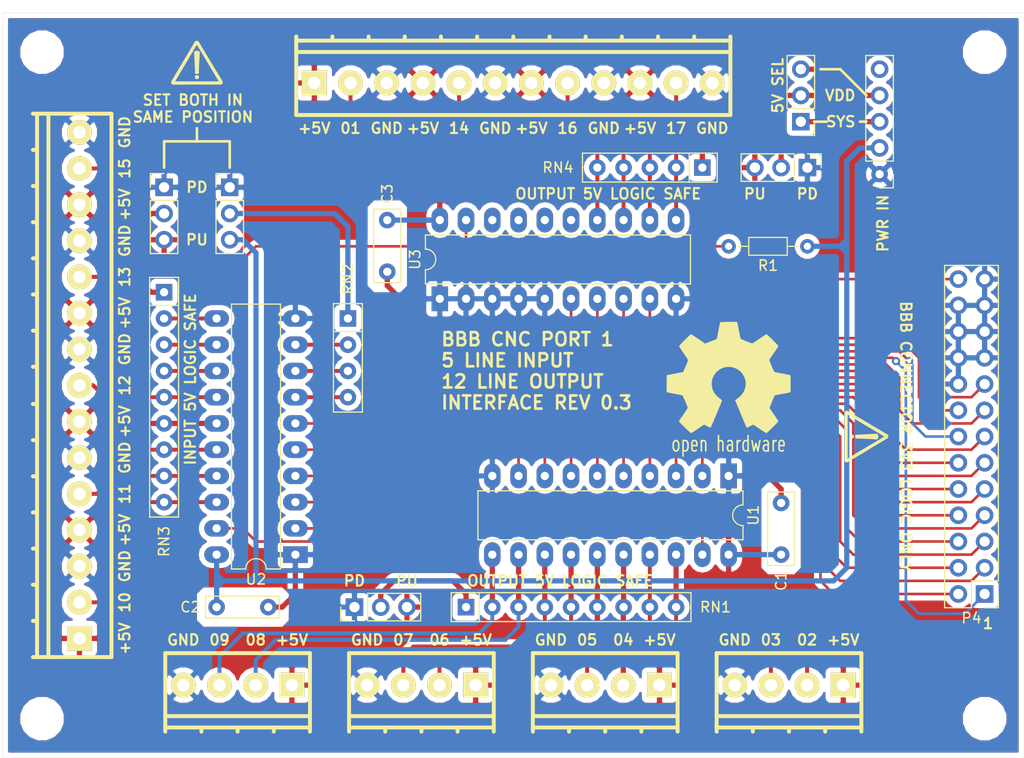
<source format=kicad_pcb>
(kicad_pcb (version 4) (host pcbnew 4.0.6-e0-6349~53~ubuntu16.04.1)
  (layers (0 F.Cu signal) (31 B.Cu signal) (35 F.Paste user) (37 F.SilkS user) (39 F.Mask user) (44 Edge.Cuts user))
  (net 0 "")
  (net 1 GND)
  (net 2 +3V3)
  (net 3 +5V)
  (net 4 /IN-09)
  (net 5 /IN-08)
  (net 6 /IN-07)
  (net 7 /IN-06)
  (net 8 /IN-05)
  (net 9 /IN-04)
  (net 10 /IN-03)
  (net 11 /IN-02)
  (net 12 /IN-10)
  (net 13 /IN-11)
  (net 14 /IN-12)
  (net 15 /IN-13)
  (net 16 /IN-15)
  (net 17 /OUT-01)
  (net 18 /OUT-14)
  (net 19 /OUT-16)
  (net 20 /OUT-17)
  (net 21 DB_17)
  (net 22 DB_16)
  (net 23 DB_15)
  (net 24 DB_14)
  (net 25 DB_13)
  (net 26 DB_12)
  (net 27 DB_11)
  (net 28 DB_10)
  (net 29 DB_09)
  (net 30 DB_08)
  (net 31 DB_07)
  (net 32 DB_06)
  (net 33 DB_05)
  (net 34 DB_04)
  (net 35 DB_03)
  (net 36 DB_02)
  (net 37 DB_01)
  (net 38 /SYS_+5v)
  (net 39 /VDD_+5v)
  (net 40 CHIP_ENABLE)
  (net 41 "Net-(RN2-Pad2)")
  (net 42 "Net-(RN2-Pad3)")
  (net 43 "Net-(RN2-Pad4)")
  (net 44 "Net-(RN1-Pad1)")
  (net 45 "Net-(RN2-Pad1)")
  (net 46 "Net-(RN3-Pad1)")
  (net 47 "Net-(RN4-Pad1)")
  (net 48 "Net-(RN3-Pad2)")
  (net 49 "Net-(RN3-Pad3)")
  (net 50 "Net-(RN3-Pad4)")
  (module w_logo:Logo_silk_warning_5x4.2mm (layer F.Cu) (at 44.196 30.226)
    (fp_text reference G*** hide)
    (fp_text value LOGO hide)
  )
  (module Pin_Headers:Pin_Header_Straight_1x03_Pitch2.54mm (layer F.Cu) (at 47.371 42.291)
    (fp_text reference SEL_2 hide)
    (fp_text value 1X3 hide)
    (pad 1 thru_hole rect (at 0 0) (size 1.7 1.7) (drill 1) (layers *.Cu *.Mask) (net 1 GND))
    (pad 2 thru_hole oval (at 0 2.54) (size 1.7 1.7) (drill 1) (layers *.Cu *.Mask) (net 45 "Net-(RN2-Pad1)"))
    (pad 3 thru_hole oval (at 0 5.08) (size 1.7 1.7) (drill 1) (layers *.Cu *.Mask) (net 2 +3V3))
  )
  (module Pin_Headers:Pin_Header_Straight_1x03_Pitch2.54mm (layer F.Cu) (at 59.436 82.931 90)
    (fp_text reference SEL_1 hide)
    (fp_text value 1X3 hide)
    (pad 1 thru_hole rect (at 0 0 90) (size 1.7 1.7) (drill 1) (layers *.Cu *.Mask) (net 1 GND))
    (pad 2 thru_hole oval (at 0 2.54 90) (size 1.7 1.7) (drill 1) (layers *.Cu *.Mask) (net 44 "Net-(RN1-Pad1)"))
    (pad 3 thru_hole oval (at 0 5.08 90) (size 1.7 1.7) (drill 1) (layers *.Cu *.Mask) (net 3 +5V))
  )
  (module Pin_Headers:Pin_Header_Straight_1x03_Pitch2.54mm (layer F.Cu) (at 41.021 42.291)
    (fp_text reference SEL_3 hide)
    (fp_text value 1X3 hide)
    (pad 1 thru_hole rect (at 0 0) (size 1.7 1.7) (drill 1) (layers *.Cu *.Mask) (net 1 GND))
    (pad 2 thru_hole oval (at 0 2.54) (size 1.7 1.7) (drill 1) (layers *.Cu *.Mask) (net 46 "Net-(RN3-Pad1)"))
    (pad 3 thru_hole oval (at 0 5.08) (size 1.7 1.7) (drill 1) (layers *.Cu *.Mask) (net 3 +5V))
  )
  (module Resistors_THT:R_Array_SIP9 (layer F.Cu) (at 41.021 52.451 270)
    (fp_text reference RN3 (at 24.13 0 270) (layer F.SilkS))
    (fp_text value 4k7)
    (pad 1 thru_hole rect (at 0 0 270) (size 1.6 1.6) (drill 0.8) (layers *.Cu *.Mask) (net 46 "Net-(RN3-Pad1)"))
    (pad 2 thru_hole oval (at 2.54 0 270) (size 1.6 1.6) (drill 0.8) (layers *.Cu *.Mask) (net 48 "Net-(RN3-Pad2)"))
    (pad 3 thru_hole oval (at 5.08 0 270) (size 1.6 1.6) (drill 0.8) (layers *.Cu *.Mask) (net 49 "Net-(RN3-Pad3)"))
    (pad 4 thru_hole oval (at 7.62 0 270) (size 1.6 1.6) (drill 0.8) (layers *.Cu *.Mask) (net 50 "Net-(RN3-Pad4)"))
    (pad 5 thru_hole oval (at 10.16 0 270) (size 1.6 1.6) (drill 0.8) (layers *.Cu *.Mask) (net 16 /IN-15))
    (pad 6 thru_hole oval (at 12.7 0 270) (size 1.6 1.6) (drill 0.8) (layers *.Cu *.Mask) (net 15 /IN-13))
    (pad 7 thru_hole oval (at 15.24 0 270) (size 1.6 1.6) (drill 0.8) (layers *.Cu *.Mask) (net 14 /IN-12))
    (pad 8 thru_hole oval (at 17.78 0 270) (size 1.6 1.6) (drill 0.8) (layers *.Cu *.Mask) (net 13 /IN-11))
    (pad 9 thru_hole oval (at 20.32 0 270) (size 1.6 1.6) (drill 0.8) (layers *.Cu *.Mask) (net 12 /IN-10))
  )
  (module Pin_Headers:Pin_Header_Straight_2x13_Pitch2.54mm (layer F.Cu) (at 120.396 81.661 180)
    (fp_text reference P4 (at 1.27 -2.33 180) (layer F.SilkS))
    (fp_text value 13X2)
    (pad 26 thru_hole oval (at 2.54 30.48 180) (size 1.7 1.7) (drill 1) (layers *.Cu *.Mask) (net 40 CHIP_ENABLE))
    (pad 25 thru_hole oval (at 0 30.48 180) (size 1.7 1.7) (drill 1) (layers *.Cu *.Mask) (net 1 GND))
    (pad 24 thru_hole oval (at 2.54 27.94 180) (size 1.7 1.7) (drill 1) (layers *.Cu *.Mask) (net 1 GND))
    (pad 23 thru_hole oval (at 0 27.94 180) (size 1.7 1.7) (drill 1) (layers *.Cu *.Mask) (net 1 GND))
    (pad 22 thru_hole oval (at 2.54 25.4 180) (size 1.7 1.7) (drill 1) (layers *.Cu *.Mask) (net 1 GND))
    (pad 21 thru_hole oval (at 0 25.4 180) (size 1.7 1.7) (drill 1) (layers *.Cu *.Mask) (net 1 GND))
    (pad 20 thru_hole oval (at 2.54 22.86 180) (size 1.7 1.7) (drill 1) (layers *.Cu *.Mask) (net 1 GND))
    (pad 19 thru_hole oval (at 0 22.86 180) (size 1.7 1.7) (drill 1) (layers *.Cu *.Mask) (net 1 GND))
    (pad 18 thru_hole oval (at 2.54 20.32 180) (size 1.7 1.7) (drill 1) (layers *.Cu *.Mask) (net 1 GND))
    (pad 17 thru_hole oval (at 0 20.32 180) (size 1.7 1.7) (drill 1) (layers *.Cu *.Mask) (net 21 DB_17))
    (pad 16 thru_hole oval (at 2.54 17.78 180) (size 1.7 1.7) (drill 1) (layers *.Cu *.Mask) (net 22 DB_16))
    (pad 15 thru_hole oval (at 0 17.78 180) (size 1.7 1.7) (drill 1) (layers *.Cu *.Mask) (net 23 DB_15))
    (pad 14 thru_hole oval (at 2.54 15.24 180) (size 1.7 1.7) (drill 1) (layers *.Cu *.Mask) (net 24 DB_14))
    (pad 13 thru_hole oval (at 0 15.24 180) (size 1.7 1.7) (drill 1) (layers *.Cu *.Mask) (net 25 DB_13))
    (pad 12 thru_hole oval (at 2.54 12.7 180) (size 1.7 1.7) (drill 1) (layers *.Cu *.Mask) (net 26 DB_12))
    (pad 11 thru_hole oval (at 0 12.7 180) (size 1.7 1.7) (drill 1) (layers *.Cu *.Mask) (net 27 DB_11))
    (pad 10 thru_hole oval (at 2.54 10.16 180) (size 1.7 1.7) (drill 1) (layers *.Cu *.Mask) (net 28 DB_10))
    (pad 9 thru_hole oval (at 0 10.16 180) (size 1.7 1.7) (drill 1) (layers *.Cu *.Mask) (net 29 DB_09))
    (pad 8 thru_hole oval (at 2.54 7.62 180) (size 1.7 1.7) (drill 1) (layers *.Cu *.Mask) (net 30 DB_08))
    (pad 7 thru_hole oval (at 0 7.62 180) (size 1.7 1.7) (drill 1) (layers *.Cu *.Mask) (net 31 DB_07))
    (pad 6 thru_hole oval (at 2.54 5.08 180) (size 1.7 1.7) (drill 1) (layers *.Cu *.Mask) (net 32 DB_06))
    (pad 5 thru_hole oval (at 0 5.08 180) (size 1.7 1.7) (drill 1) (layers *.Cu *.Mask) (net 33 DB_05))
    (pad 4 thru_hole oval (at 2.54 2.54 180) (size 1.7 1.7) (drill 1) (layers *.Cu *.Mask) (net 34 DB_04))
    (pad 3 thru_hole oval (at 0 2.54 180) (size 1.7 1.7) (drill 1) (layers *.Cu *.Mask) (net 35 DB_03))
    (pad 2 thru_hole oval (at 2.54 0 180) (size 1.7 1.7) (drill 1) (layers *.Cu *.Mask) (net 36 DB_02))
    (pad 1 thru_hole rect (at 0 0 180) (size 1.7 1.7) (drill 1) (layers *.Cu *.Mask) (net 37 DB_01))
  )
  (module Mounting_Holes:MountingHole_3.2mm_M3 (layer F.Cu) (at 29.21 29.21 180)
    (fp_text reference REF** hide)
    (fp_text value M3)
    (pad 1 np_thru_hole circle (at 0 0 180) (size 3.2 3.2) (drill 3.2) (layers *.Cu *.Mask))
  )
  (module Mounting_Holes:MountingHole_3.2mm_M3 (layer F.Cu) (at 29.21 93.726 180)
    (fp_text reference REF** hide)
    (fp_text value M3)
    (pad 1 np_thru_hole circle (at 0 0 180) (size 3.2 3.2) (drill 3.2) (layers *.Cu *.Mask))
  )
  (module Mounting_Holes:MountingHole_3.2mm_M3 (layer F.Cu) (at 120.396 93.726 180)
    (fp_text reference REF** hide)
    (fp_text value M3)
    (pad "" np_thru_hole circle (at 0 0 180) (size 3.2 3.2) (drill 3.2) (layers *.Cu *.Mask))
  )
  (module Capacitors_THT:C_Rect_L7.0mm_W2.5mm_P5.00mm (layer F.Cu) (at 100.711 77.851 90)
    (fp_text reference C1 (at -2.54 0 270) (layer F.SilkS))
    (fp_text value 100n)
    (pad 2 thru_hole circle (at 5 0 90) (size 1.6 1.6) (drill 0.8) (layers *.Cu *.Mask) (net 1 GND))
    (pad 1 thru_hole circle (at 0 0 90) (size 1.6 1.6) (drill 0.8) (layers *.Cu *.Mask) (net 3 +5V))
  )
  (module Capacitors_THT:C_Rect_L7.0mm_W2.0mm_P5.00mm (layer F.Cu) (at 46.101 82.931)
    (fp_text reference C2 (at -2.54 0) (layer F.SilkS))
    (fp_text value 100n)
    (pad 2 thru_hole circle (at 5 0) (size 1.6 1.6) (drill 0.8) (layers *.Cu *.Mask) (net 1 GND))
    (pad 1 thru_hole circle (at 0 0) (size 1.6 1.6) (drill 0.8) (layers *.Cu *.Mask) (net 2 +3V3))
  )
  (module Capacitors_THT:C_Rect_L7.0mm_W2.5mm_P5.00mm (layer F.Cu) (at 62.611 45.466 270)
    (fp_text reference C3 (at -2.54 0 270) (layer F.SilkS))
    (fp_text value 100n)
    (pad 1 thru_hole circle (at 0 0 270) (size 1.6 1.6) (drill 0.8) (layers *.Cu *.Mask) (net 3 +5V))
    (pad 2 thru_hole circle (at 5 0 270) (size 1.6 1.6) (drill 0.8) (layers *.Cu *.Mask) (net 1 GND))
  )
  (module Pin_Headers:Pin_Header_Straight_1x05_Pitch2.54mm (layer F.Cu) (at 110.236 41.021 180)
    (fp_text reference PWRIN_1 hide)
    (fp_text value 1X5 hide)
    (pad 5 thru_hole oval (at 0 10.16 180) (size 1.7 1.7) (drill 1) (layers *.Cu *.Mask))
    (pad 4 thru_hole oval (at 0 7.62 180) (size 1.7 1.7) (drill 1) (layers *.Cu *.Mask) (net 39 /VDD_+5v))
    (pad 3 thru_hole oval (at 0 5.08 180) (size 1.7 1.7) (drill 1) (layers *.Cu *.Mask) (net 38 /SYS_+5v))
    (pad 2 thru_hole oval (at 0 2.54 180) (size 1.7 1.7) (drill 1) (layers *.Cu *.Mask) (net 2 +3V3))
    (pad 1 thru_hole circle (at 0 0 180) (size 1.6 1.6) (drill 0.8) (layers *.Cu *.Mask) (net 1 GND))
  )
  (module Pin_Headers:Pin_Header_Straight_1x03_Pitch2.54mm (layer F.Cu) (at 102.616 35.941 180)
    (fp_text reference PWRSEL_1 hide)
    (fp_text value 1X3 hide)
    (pad 3 thru_hole oval (at 0 5.08 180) (size 1.7 1.7) (drill 1) (layers *.Cu *.Mask) (net 39 /VDD_+5v))
    (pad 2 thru_hole oval (at 0 2.54 180) (size 1.7 1.7) (drill 1) (layers *.Cu *.Mask) (net 3 +5V))
    (pad 1 thru_hole rect (at 0 0 180) (size 1.7 1.7) (drill 1) (layers *.Cu *.Mask) (net 38 /SYS_+5v))
  )
  (module Mounting_Holes:MountingHole_3.2mm_M3 (layer F.Cu) (at 120.396 29.21 180)
    (fp_text reference REF** hide)
    (fp_text value M3)
    (pad 1 np_thru_hole circle (at 0 0 180) (size 3.2 3.2) (drill 3.2) (layers *.Cu *.Mask))
  )
  (module Resistors_THT:R_Array_SIP4 (layer F.Cu) (at 58.801 54.991 270)
    (fp_text reference RN2 (at -3.81 0 270) (layer F.SilkS))
    (fp_text value 3k3)
    (pad 1 thru_hole rect (at 0 0 270) (size 1.6 1.6) (drill 0.8) (layers *.Cu *.Mask) (net 45 "Net-(RN2-Pad1)"))
    (pad 2 thru_hole oval (at 2.54 0 270) (size 1.6 1.6) (drill 0.8) (layers *.Cu *.Mask) (net 41 "Net-(RN2-Pad2)"))
    (pad 3 thru_hole oval (at 5.08 0 270) (size 1.6 1.6) (drill 0.8) (layers *.Cu *.Mask) (net 42 "Net-(RN2-Pad3)"))
    (pad 4 thru_hole oval (at 7.62 0 270) (size 1.6 1.6) (drill 0.8) (layers *.Cu *.Mask) (net 43 "Net-(RN2-Pad4)"))
  )
  (module w_conn_pt-1,5:pt_1,5-15-3,5-h (layer F.Cu) (at 32.131 61.468 270)
    (fp_text reference J_IN_5 hide)
    (fp_text value ST_1x15 hide)
    (pad 2 thru_hole circle (at 21 -0.7 270) (size 2.4 2.4) (drill 1.2) (layers *.Cu *.Mask F.SilkS) (net 12 /IN-10))
    (pad 1 thru_hole rect (at 24.5 -0.7 270) (size 2.4 2.4) (drill 1.2) (layers *.Cu *.Mask F.SilkS) (net 3 +5V))
    (pad 3 thru_hole circle (at 17.5 -0.7 270) (size 2.4 2.4) (drill 1.2) (layers *.Cu *.Mask F.SilkS) (net 1 GND))
    (pad 4 thru_hole circle (at 14 -0.7 270) (size 2.4 2.4) (drill 1.2) (layers *.Cu *.Mask F.SilkS) (net 3 +5V))
    (pad 5 thru_hole circle (at 10.5 -0.7 270) (size 2.4 2.4) (drill 1.2) (layers *.Cu *.Mask F.SilkS) (net 13 /IN-11))
    (pad 6 thru_hole circle (at 7 -0.7 270) (size 2.4 2.4) (drill 1.2) (layers *.Cu *.Mask F.SilkS) (net 1 GND))
    (pad 7 thru_hole circle (at 3.5 -0.7 270) (size 2.4 2.4) (drill 1.2) (layers *.Cu *.Mask F.SilkS) (net 3 +5V))
    (pad 8 thru_hole circle (at 0 -0.7 270) (size 2.4 2.4) (drill 1.2) (layers *.Cu *.Mask F.SilkS) (net 14 /IN-12))
    (pad 9 thru_hole circle (at -3.5 -0.7 270) (size 2.4 2.4) (drill 1.2) (layers *.Cu *.Mask F.SilkS) (net 1 GND))
    (pad 10 thru_hole circle (at -7 -0.7 270) (size 2.4 2.4) (drill 1.2) (layers *.Cu *.Mask F.SilkS) (net 3 +5V))
    (pad 11 thru_hole circle (at -10.5 -0.7 270) (size 2.4 2.4) (drill 1.2) (layers *.Cu *.Mask F.SilkS) (net 15 /IN-13))
    (pad 12 thru_hole circle (at -14 -0.7 270) (size 2.4 2.4) (drill 1.2) (layers *.Cu *.Mask F.SilkS) (net 1 GND))
    (pad 13 thru_hole circle (at -17.5 -0.7 270) (size 2.4 2.4) (drill 1.2) (layers *.Cu *.Mask F.SilkS) (net 3 +5V))
    (pad 14 thru_hole circle (at -21 -0.7 270) (size 2.4 2.4) (drill 1.2) (layers *.Cu *.Mask F.SilkS) (net 16 /IN-15))
    (pad 15 thru_hole circle (at -24.5 -0.7 270) (size 2.4 2.4) (drill 1.2) (layers *.Cu *.Mask F.SilkS) (net 1 GND))
  )
  (module Resistors_THT:R_Array_SIP9 (layer F.Cu) (at 70.231 82.931)
    (fp_text reference RN1 (at 24.13 0) (layer F.SilkS))
    (fp_text value 4k7)
    (pad 1 thru_hole rect (at 0 0) (size 1.6 1.6) (drill 0.8) (layers *.Cu *.Mask) (net 44 "Net-(RN1-Pad1)"))
    (pad 2 thru_hole oval (at 2.54 0) (size 1.6 1.6) (drill 0.8) (layers *.Cu *.Mask) (net 4 /IN-09))
    (pad 3 thru_hole oval (at 5.08 0) (size 1.6 1.6) (drill 0.8) (layers *.Cu *.Mask) (net 5 /IN-08))
    (pad 4 thru_hole oval (at 7.62 0) (size 1.6 1.6) (drill 0.8) (layers *.Cu *.Mask) (net 6 /IN-07))
    (pad 5 thru_hole oval (at 10.16 0) (size 1.6 1.6) (drill 0.8) (layers *.Cu *.Mask) (net 7 /IN-06))
    (pad 6 thru_hole oval (at 12.7 0) (size 1.6 1.6) (drill 0.8) (layers *.Cu *.Mask) (net 8 /IN-05))
    (pad 7 thru_hole oval (at 15.24 0) (size 1.6 1.6) (drill 0.8) (layers *.Cu *.Mask) (net 9 /IN-04))
    (pad 8 thru_hole oval (at 17.78 0) (size 1.6 1.6) (drill 0.8) (layers *.Cu *.Mask) (net 10 /IN-03))
    (pad 9 thru_hole oval (at 20.32 0) (size 1.6 1.6) (drill 0.8) (layers *.Cu *.Mask) (net 11 /IN-02))
  )
  (module Resistors_THT:R_Array_SIP5 (layer F.Cu) (at 93.091 40.386 180)
    (fp_text reference RN4 (at 13.97 0 180) (layer F.SilkS))
    (fp_text value 4k7)
    (pad 1 thru_hole rect (at 0 0 180) (size 1.6 1.6) (drill 0.8) (layers *.Cu *.Mask) (net 47 "Net-(RN4-Pad1)"))
    (pad 2 thru_hole oval (at 2.54 0 180) (size 1.6 1.6) (drill 0.8) (layers *.Cu *.Mask) (net 20 /OUT-17))
    (pad 3 thru_hole oval (at 5.08 0 180) (size 1.6 1.6) (drill 0.8) (layers *.Cu *.Mask) (net 19 /OUT-16))
    (pad 4 thru_hole oval (at 7.62 0 180) (size 1.6 1.6) (drill 0.8) (layers *.Cu *.Mask) (net 18 /OUT-14))
    (pad 5 thru_hole oval (at 10.16 0 180) (size 1.6 1.6) (drill 0.8) (layers *.Cu *.Mask) (net 17 /OUT-01))
  )
  (module Pin_Headers:Pin_Header_Straight_1x03_Pitch2.54mm (layer F.Cu) (at 103.251 40.386 270)
    (fp_text reference SEL_4 hide)
    (fp_text value 1X3 hide)
    (pad 1 thru_hole rect (at 0 0 270) (size 1.7 1.7) (drill 1) (layers *.Cu *.Mask) (net 1 GND))
    (pad 2 thru_hole oval (at 0 2.54 270) (size 1.7 1.7) (drill 1) (layers *.Cu *.Mask) (net 47 "Net-(RN4-Pad1)"))
    (pad 3 thru_hole oval (at 0 5.08 270) (size 1.7 1.7) (drill 1) (layers *.Cu *.Mask) (net 3 +5V))
  )
  (module w_conn_pt-1,5:pt_1,5-4-3,5-h (layer F.Cu) (at 101.473 91.186)
    (fp_text reference J_IN_1 hide)
    (fp_text value ST_1x04 hide)
    (pad 2 thru_hole circle (at 1.75 -0.7) (size 2.4 2.4) (drill 1.2) (layers *.Cu *.Mask F.SilkS) (net 11 /IN-02))
    (pad 1 thru_hole rect (at 5.25 -0.7) (size 2.4 2.4) (drill 1.2) (layers *.Cu *.Mask F.SilkS) (net 3 +5V))
    (pad 3 thru_hole circle (at -1.75 -0.7) (size 2.4 2.4) (drill 1.2) (layers *.Cu *.Mask F.SilkS) (net 10 /IN-03))
    (pad 4 thru_hole circle (at -5.25 -0.7) (size 2.4 2.4) (drill 1.2) (layers *.Cu *.Mask F.SilkS) (net 1 GND))
  )
  (module w_conn_pt-1,5:pt_1,5-4-3,5-h (layer F.Cu) (at 83.693 91.186)
    (fp_text reference J_IN_2 hide)
    (fp_text value ST_1x04 hide)
    (pad 2 thru_hole circle (at 1.75 -0.7) (size 2.4 2.4) (drill 1.2) (layers *.Cu *.Mask F.SilkS) (net 9 /IN-04))
    (pad 1 thru_hole rect (at 5.25 -0.7) (size 2.4 2.4) (drill 1.2) (layers *.Cu *.Mask F.SilkS) (net 3 +5V))
    (pad 3 thru_hole circle (at -1.75 -0.7) (size 2.4 2.4) (drill 1.2) (layers *.Cu *.Mask F.SilkS) (net 8 /IN-05))
    (pad 4 thru_hole circle (at -5.25 -0.7) (size 2.4 2.4) (drill 1.2) (layers *.Cu *.Mask F.SilkS) (net 1 GND))
  )
  (module w_conn_pt-1,5:pt_1,5-4-3,5-h (layer F.Cu) (at 65.913 91.186)
    (fp_text reference J_IN_3 hide)
    (fp_text value ST_1x04 hide)
    (pad 2 thru_hole circle (at 1.75 -0.7) (size 2.4 2.4) (drill 1.2) (layers *.Cu *.Mask F.SilkS) (net 7 /IN-06))
    (pad 1 thru_hole rect (at 5.25 -0.7) (size 2.4 2.4) (drill 1.2) (layers *.Cu *.Mask F.SilkS) (net 3 +5V))
    (pad 3 thru_hole circle (at -1.75 -0.7) (size 2.4 2.4) (drill 1.2) (layers *.Cu *.Mask F.SilkS) (net 6 /IN-07))
    (pad 4 thru_hole circle (at -5.25 -0.7) (size 2.4 2.4) (drill 1.2) (layers *.Cu *.Mask F.SilkS) (net 1 GND))
  )
  (module w_conn_pt-1,5:pt_1,5-4-3,5-h (layer F.Cu) (at 48.133 91.186)
    (fp_text reference J_IN_4 hide)
    (fp_text value ST_1x04 hide)
    (pad 2 thru_hole circle (at 1.75 -0.7) (size 2.4 2.4) (drill 1.2) (layers *.Cu *.Mask F.SilkS) (net 5 /IN-08))
    (pad 1 thru_hole rect (at 5.25 -0.7) (size 2.4 2.4) (drill 1.2) (layers *.Cu *.Mask F.SilkS) (net 3 +5V))
    (pad 3 thru_hole circle (at -1.75 -0.7) (size 2.4 2.4) (drill 1.2) (layers *.Cu *.Mask F.SilkS) (net 4 /IN-09))
    (pad 4 thru_hole circle (at -5.25 -0.7) (size 2.4 2.4) (drill 1.2) (layers *.Cu *.Mask F.SilkS) (net 1 GND))
  )
  (module w_conn_pt-1,5:pt_1,5-12-3,5-h (layer F.Cu) (at 74.803 31.496 180)
    (fp_text reference J_OUT_2 hide)
    (fp_text value ST_1x12 hide)
    (pad 3 thru_hole circle (at 12.25 -0.7 180) (size 2.4 2.4) (drill 1.2) (layers *.Cu *.Mask F.SilkS) (net 1 GND))
    (pad 2 thru_hole circle (at 15.75 -0.7 180) (size 2.4 2.4) (drill 1.2) (layers *.Cu *.Mask F.SilkS) (net 17 /OUT-01))
    (pad 4 thru_hole circle (at 8.75 -0.7 180) (size 2.4 2.4) (drill 1.2) (layers *.Cu *.Mask F.SilkS) (net 3 +5V))
    (pad 5 thru_hole circle (at 5.25 -0.7 180) (size 2.4 2.4) (drill 1.2) (layers *.Cu *.Mask F.SilkS) (net 18 /OUT-14))
    (pad 6 thru_hole circle (at 1.75 -0.7 180) (size 2.4 2.4) (drill 1.2) (layers *.Cu *.Mask F.SilkS) (net 1 GND))
    (pad 7 thru_hole circle (at -1.75 -0.7 180) (size 2.4 2.4) (drill 1.2) (layers *.Cu *.Mask F.SilkS) (net 3 +5V))
    (pad 1 thru_hole rect (at 19.25 -0.7 180) (size 2.4 2.4) (drill 1.2) (layers *.Cu *.Mask F.SilkS) (net 3 +5V))
    (pad 8 thru_hole circle (at -5.25 -0.7 180) (size 2.4 2.4) (drill 1.2) (layers *.Cu *.Mask F.SilkS) (net 19 /OUT-16))
    (pad 9 thru_hole circle (at -8.75 -0.7 180) (size 2.4 2.4) (drill 1.2) (layers *.Cu *.Mask F.SilkS) (net 1 GND))
    (pad 10 thru_hole circle (at -12.25 -0.7 180) (size 2.4 2.4) (drill 1.2) (layers *.Cu *.Mask F.SilkS) (net 3 +5V))
    (pad 11 thru_hole circle (at -15.75 -0.7 180) (size 2.4 2.4) (drill 1.2) (layers *.Cu *.Mask F.SilkS) (net 20 /OUT-17))
    (pad 12 thru_hole circle (at -19.25 -0.7 180) (size 2.4 2.4) (drill 1.2) (layers *.Cu *.Mask F.SilkS) (net 1 GND))
  )
  (module Housings_DIP:DIP-20_W7.62mm_LongPads (layer F.Cu) (at 67.691 53.086 90)
    (fp_text reference U3 (at 3.81 -2.39 90) (layer F.SilkS))
    (fp_text value 74LS541)
    (pad 1 thru_hole rect (at 0 0 90) (size 2.4 1.6) (drill 0.8) (layers *.Cu *.Mask) (net 1 GND))
    (pad 11 thru_hole oval (at 7.62 22.86 90) (size 2.4 1.6) (drill 0.8) (layers *.Cu *.Mask) (net 20 /OUT-17))
    (pad 2 thru_hole oval (at 0 2.54 90) (size 2.4 1.6) (drill 0.8) (layers *.Cu *.Mask) (net 1 GND))
    (pad 12 thru_hole oval (at 7.62 20.32 90) (size 2.4 1.6) (drill 0.8) (layers *.Cu *.Mask) (net 19 /OUT-16))
    (pad 3 thru_hole oval (at 0 5.08 90) (size 2.4 1.6) (drill 0.8) (layers *.Cu *.Mask) (net 1 GND))
    (pad 13 thru_hole oval (at 7.62 17.78 90) (size 2.4 1.6) (drill 0.8) (layers *.Cu *.Mask) (net 18 /OUT-14))
    (pad 4 thru_hole oval (at 0 7.62 90) (size 2.4 1.6) (drill 0.8) (layers *.Cu *.Mask) (net 1 GND))
    (pad 14 thru_hole oval (at 7.62 15.24 90) (size 2.4 1.6) (drill 0.8) (layers *.Cu *.Mask) (net 17 /OUT-01))
    (pad 5 thru_hole oval (at 0 10.16 90) (size 2.4 1.6) (drill 0.8) (layers *.Cu *.Mask) (net 1 GND))
    (pad 15 thru_hole oval (at 7.62 12.7 90) (size 2.4 1.6) (drill 0.8) (layers *.Cu *.Mask))
    (pad 6 thru_hole oval (at 0 12.7 90) (size 2.4 1.6) (drill 0.8) (layers *.Cu *.Mask) (net 37 DB_01))
    (pad 16 thru_hole oval (at 7.62 10.16 90) (size 2.4 1.6) (drill 0.8) (layers *.Cu *.Mask))
    (pad 7 thru_hole oval (at 0 15.24 90) (size 2.4 1.6) (drill 0.8) (layers *.Cu *.Mask) (net 24 DB_14))
    (pad 17 thru_hole oval (at 7.62 7.62 90) (size 2.4 1.6) (drill 0.8) (layers *.Cu *.Mask))
    (pad 8 thru_hole oval (at 0 17.78 90) (size 2.4 1.6) (drill 0.8) (layers *.Cu *.Mask) (net 22 DB_16))
    (pad 18 thru_hole oval (at 7.62 5.08 90) (size 2.4 1.6) (drill 0.8) (layers *.Cu *.Mask))
    (pad 9 thru_hole oval (at 0 20.32 90) (size 2.4 1.6) (drill 0.8) (layers *.Cu *.Mask) (net 21 DB_17))
    (pad 19 thru_hole oval (at 7.62 2.54 90) (size 2.4 1.6) (drill 0.8) (layers *.Cu *.Mask) (net 40 CHIP_ENABLE))
    (pad 10 thru_hole oval (at 0 22.86 90) (size 2.4 1.6) (drill 0.8) (layers *.Cu *.Mask) (net 1 GND))
    (pad 20 thru_hole oval (at 7.62 0 90) (size 2.4 1.6) (drill 0.8) (layers *.Cu *.Mask) (net 3 +5V))
  )
  (module Housings_DIP:DIP-20_W7.62mm_LongPads (layer F.Cu) (at 53.721 77.851 180)
    (fp_text reference U2 (at 3.81 -2.39 180) (layer F.SilkS))
    (fp_text value 74LVC245)
    (pad 1 thru_hole rect (at 0 0 180) (size 2.4 1.6) (drill 0.8) (layers *.Cu *.Mask) (net 1 GND))
    (pad 11 thru_hole oval (at 7.62 22.86 180) (size 2.4 1.6) (drill 0.8) (layers *.Cu *.Mask) (net 48 "Net-(RN3-Pad2)"))
    (pad 2 thru_hole oval (at 0 2.54 180) (size 2.4 1.6) (drill 0.8) (layers *.Cu *.Mask) (net 28 DB_10))
    (pad 12 thru_hole oval (at 7.62 20.32 180) (size 2.4 1.6) (drill 0.8) (layers *.Cu *.Mask) (net 49 "Net-(RN3-Pad3)"))
    (pad 3 thru_hole oval (at 0 5.08 180) (size 2.4 1.6) (drill 0.8) (layers *.Cu *.Mask) (net 27 DB_11))
    (pad 13 thru_hole oval (at 7.62 17.78 180) (size 2.4 1.6) (drill 0.8) (layers *.Cu *.Mask) (net 50 "Net-(RN3-Pad4)"))
    (pad 4 thru_hole oval (at 0 7.62 180) (size 2.4 1.6) (drill 0.8) (layers *.Cu *.Mask) (net 26 DB_12))
    (pad 14 thru_hole oval (at 7.62 15.24 180) (size 2.4 1.6) (drill 0.8) (layers *.Cu *.Mask) (net 16 /IN-15))
    (pad 5 thru_hole oval (at 0 10.16 180) (size 2.4 1.6) (drill 0.8) (layers *.Cu *.Mask) (net 25 DB_13))
    (pad 15 thru_hole oval (at 7.62 12.7 180) (size 2.4 1.6) (drill 0.8) (layers *.Cu *.Mask) (net 15 /IN-13))
    (pad 6 thru_hole oval (at 0 12.7 180) (size 2.4 1.6) (drill 0.8) (layers *.Cu *.Mask) (net 23 DB_15))
    (pad 16 thru_hole oval (at 7.62 10.16 180) (size 2.4 1.6) (drill 0.8) (layers *.Cu *.Mask) (net 14 /IN-12))
    (pad 7 thru_hole oval (at 0 15.24 180) (size 2.4 1.6) (drill 0.8) (layers *.Cu *.Mask) (net 43 "Net-(RN2-Pad4)"))
    (pad 17 thru_hole oval (at 7.62 7.62 180) (size 2.4 1.6) (drill 0.8) (layers *.Cu *.Mask) (net 13 /IN-11))
    (pad 8 thru_hole oval (at 0 17.78 180) (size 2.4 1.6) (drill 0.8) (layers *.Cu *.Mask) (net 42 "Net-(RN2-Pad3)"))
    (pad 18 thru_hole oval (at 7.62 5.08 180) (size 2.4 1.6) (drill 0.8) (layers *.Cu *.Mask) (net 12 /IN-10))
    (pad 9 thru_hole oval (at 0 20.32 180) (size 2.4 1.6) (drill 0.8) (layers *.Cu *.Mask) (net 41 "Net-(RN2-Pad2)"))
    (pad 19 thru_hole oval (at 7.62 2.54 180) (size 2.4 1.6) (drill 0.8) (layers *.Cu *.Mask) (net 40 CHIP_ENABLE))
    (pad 10 thru_hole oval (at 0 22.86 180) (size 2.4 1.6) (drill 0.8) (layers *.Cu *.Mask) (net 1 GND))
    (pad 20 thru_hole oval (at 7.62 0 180) (size 2.4 1.6) (drill 0.8) (layers *.Cu *.Mask) (net 2 +3V3))
  )
  (module Housings_DIP:DIP-20_W7.62mm_LongPads (layer F.Cu) (at 95.631 70.231 270)
    (fp_text reference U1 (at 3.81 -2.39 450) (layer F.SilkS))
    (fp_text value 74LS540)
    (pad 1 thru_hole rect (at 0 0 270) (size 2.4 1.6) (drill 0.8) (layers *.Cu *.Mask) (net 1 GND))
    (pad 11 thru_hole oval (at 7.62 22.86 270) (size 2.4 1.6) (drill 0.8) (layers *.Cu *.Mask) (net 4 /IN-09))
    (pad 2 thru_hole oval (at 0 2.54 270) (size 2.4 1.6) (drill 0.8) (layers *.Cu *.Mask) (net 36 DB_02))
    (pad 12 thru_hole oval (at 7.62 20.32 270) (size 2.4 1.6) (drill 0.8) (layers *.Cu *.Mask) (net 5 /IN-08))
    (pad 3 thru_hole oval (at 0 5.08 270) (size 2.4 1.6) (drill 0.8) (layers *.Cu *.Mask) (net 35 DB_03))
    (pad 13 thru_hole oval (at 7.62 17.78 270) (size 2.4 1.6) (drill 0.8) (layers *.Cu *.Mask) (net 6 /IN-07))
    (pad 4 thru_hole oval (at 0 7.62 270) (size 2.4 1.6) (drill 0.8) (layers *.Cu *.Mask) (net 34 DB_04))
    (pad 14 thru_hole oval (at 7.62 15.24 270) (size 2.4 1.6) (drill 0.8) (layers *.Cu *.Mask) (net 7 /IN-06))
    (pad 5 thru_hole oval (at 0 10.16 270) (size 2.4 1.6) (drill 0.8) (layers *.Cu *.Mask) (net 33 DB_05))
    (pad 15 thru_hole oval (at 7.62 12.7 270) (size 2.4 1.6) (drill 0.8) (layers *.Cu *.Mask) (net 8 /IN-05))
    (pad 6 thru_hole oval (at 0 12.7 270) (size 2.4 1.6) (drill 0.8) (layers *.Cu *.Mask) (net 32 DB_06))
    (pad 16 thru_hole oval (at 7.62 10.16 270) (size 2.4 1.6) (drill 0.8) (layers *.Cu *.Mask) (net 9 /IN-04))
    (pad 7 thru_hole oval (at 0 15.24 270) (size 2.4 1.6) (drill 0.8) (layers *.Cu *.Mask) (net 31 DB_07))
    (pad 17 thru_hole oval (at 7.62 7.62 270) (size 2.4 1.6) (drill 0.8) (layers *.Cu *.Mask) (net 10 /IN-03))
    (pad 8 thru_hole oval (at 0 17.78 270) (size 2.4 1.6) (drill 0.8) (layers *.Cu *.Mask) (net 30 DB_08))
    (pad 18 thru_hole oval (at 7.62 5.08 270) (size 2.4 1.6) (drill 0.8) (layers *.Cu *.Mask) (net 11 /IN-02))
    (pad 9 thru_hole oval (at 0 20.32 270) (size 2.4 1.6) (drill 0.8) (layers *.Cu *.Mask) (net 29 DB_09))
    (pad 19 thru_hole oval (at 7.62 2.54 270) (size 2.4 1.6) (drill 0.8) (layers *.Cu *.Mask) (net 40 CHIP_ENABLE))
    (pad 10 thru_hole oval (at 0 22.86 270) (size 2.4 1.6) (drill 0.8) (layers *.Cu *.Mask) (net 1 GND))
    (pad 20 thru_hole oval (at 7.62 0 270) (size 2.4 1.6) (drill 0.8) (layers *.Cu *.Mask) (net 3 +5V))
  )
  (module Resistors_THT:R_Axial_DIN0204_L3.6mm_D1.6mm_P7.62mm_Horizontal (layer F.Cu) (at 103.251 48.006 180)
    (fp_text reference R1 (at 3.81 -1.86 180) (layer F.SilkS))
    (fp_text value 4K7)
    (pad 1 thru_hole circle (at 0 0 180) (size 1.4 1.4) (drill 0.7) (layers *.Cu *.Mask) (net 2 +3V3))
    (pad 2 thru_hole oval (at 7.62 0 180) (size 1.4 1.4) (drill 0.7) (layers *.Cu *.Mask) (net 40 CHIP_ENABLE))
  )
  (module w_logo:Logo_silk_OSHW_12x13mm (layer F.Cu) (at 95.631 60.706)
    (fp_text reference G*** hide)
    (fp_text value LOGO hide)
  )
  (module w_logo:Logo_silk_warning_5x4.2mm (layer F.Cu) (at 108.966 66.421 270)
    (fp_text reference G*** hide)
    (fp_text value LOGO hide)
  )
  (gr_line (start 106.426 30.861) (end 104.521 30.861) (angle 90) (layer F.SilkS) (width 0.254))
  (gr_line (start 108.966 33.401) (end 106.426 30.861) (angle 90) (layer F.SilkS) (width 0.254))
  (gr_line (start 108.966 35.941) (end 108.331 35.941) (angle 90) (layer F.SilkS) (width 0.254))
  (gr_line (start 105.156 35.941) (end 103.886 35.941) (angle 90) (layer F.SilkS) (width 0.254))
  (gr_line (start 44.196 37.846) (end 44.196 36.576) (angle 90) (layer F.SilkS) (width 0.254))
  (gr_text "5V SEL" (at 100.3935 32.4485 90) (layer F.SilkS) (effects (font (size 1.016 1.016) (thickness 0.2032))))
  (gr_line (start 47.371 37.846) (end 47.371 40.386) (angle 90) (layer F.SilkS) (width 0.254))
  (gr_text "SET BOTH IN \nSAME POSITION " (at 44.196 34.671 360) (layer F.SilkS) (effects (font (size 1.016 1.016) (thickness 0.2032))))
  (gr_line (start 41.021 37.846) (end 41.021 40.386) (angle 90) (layer F.SilkS) (width 0.254))
  (gr_line (start 47.371 37.846) (end 41.021 37.846) (angle 90) (layer F.SilkS) (width 0.254))
  (gr_text PU (at 98.171 42.926) (layer F.SilkS) (effects (font (size 1.016 1.016) (thickness 0.2032))))
  (gr_text PD (at 103.251 42.926) (layer F.SilkS) (effects (font (size 1.016 1.016) (thickness 0.2032))))
  (gr_text +5V (at 37.211 75.468 90) (layer F.SilkS) (effects (font (size 1.016 1.016) (thickness 0.2032))))
  (gr_text GND (at 37.211 78.968 90) (layer F.SilkS) (effects (font (size 1.016 1.016) (thickness 0.2032))))
  (gr_text 10 (at 37.211 82.468 90) (layer F.SilkS) (effects (font (size 1.016 1.016) (thickness 0.2032))))
  (gr_text +5V (at 37.211 85.968 90) (layer F.SilkS) (effects (font (size 1.016 1.016) (thickness 0.2032))))
  (gr_text 11 (at 37.211 71.968 90) (layer F.SilkS) (effects (font (size 1.016 1.016) (thickness 0.2032))))
  (gr_text GND (at 37.211 68.468 90) (layer F.SilkS) (effects (font (size 1.016 1.016) (thickness 0.2032))))
  (gr_text GND (at 37.211 57.968 90) (layer F.SilkS) (effects (font (size 1.016 1.016) (thickness 0.2032))))
  (gr_text 12 (at 37.211 61.468 90) (layer F.SilkS) (effects (font (size 1.016 1.016) (thickness 0.2032))))
  (gr_text +5V (at 37.211 64.968 90) (layer F.SilkS) (effects (font (size 1.016 1.016) (thickness 0.2032))))
  (gr_text +5V (at 37.211 54.468 90) (layer F.SilkS) (effects (font (size 1.016 1.016) (thickness 0.2032))))
  (gr_text 13 (at 37.211 50.968 90) (layer F.SilkS) (effects (font (size 1.016 1.016) (thickness 0.2032))))
  (gr_text GND (at 37.211 47.468 90) (layer F.SilkS) (effects (font (size 1.016 1.016) (thickness 0.2032))))
  (gr_text GND (at 37.211 36.968 90) (layer F.SilkS) (effects (font (size 1.016 1.016) (thickness 0.2032))))
  (gr_text 15 (at 37.211 40.468 90) (layer F.SilkS) (effects (font (size 1.016 1.016) (thickness 0.2032))))
  (gr_text +5V (at 37.211 43.968 90) (layer F.SilkS) (effects (font (size 1.016 1.016) (thickness 0.2032))))
  (gr_text GND (at 62.553 36.576 360) (layer F.SilkS) (effects (font (size 1.016 1.016) (thickness 0.2032))))
  (gr_text 01 (at 59.053 36.576 360) (layer F.SilkS) (effects (font (size 1.016 1.016) (thickness 0.2032))))
  (gr_text +5V (at 55.553 36.576 360) (layer F.SilkS) (effects (font (size 1.016 1.016) (thickness 0.2032))))
  (gr_text +5V (at 66.053 36.576 360) (layer F.SilkS) (effects (font (size 1.016 1.016) (thickness 0.2032))))
  (gr_text 14 (at 69.553 36.576 360) (layer F.SilkS) (effects (font (size 1.016 1.016) (thickness 0.2032))))
  (gr_text GND (at 73.053 36.576 360) (layer F.SilkS) (effects (font (size 1.016 1.016) (thickness 0.2032))))
  (gr_text GND (at 83.553 36.576 360) (layer F.SilkS) (effects (font (size 1.016 1.016) (thickness 0.2032))))
  (gr_text 16 (at 80.053 36.576 360) (layer F.SilkS) (effects (font (size 1.016 1.016) (thickness 0.2032))))
  (gr_text +5V (at 76.553 36.576 360) (layer F.SilkS) (effects (font (size 1.016 1.016) (thickness 0.2032))))
  (gr_text +5V (at 87.053 36.576 360) (layer F.SilkS) (effects (font (size 1.016 1.016) (thickness 0.2032))))
  (gr_text 17 (at 90.553 36.576 360) (layer F.SilkS) (effects (font (size 1.016 1.016) (thickness 0.2032))))
  (gr_text GND (at 94.053 36.576 360) (layer F.SilkS) (effects (font (size 1.016 1.016) (thickness 0.2032))))
  (gr_text 08 (at 49.883 86.106 360) (layer F.SilkS) (effects (font (size 1.016 1.016) (thickness 0.2032))))
  (gr_text 09 (at 46.383 86.106 360) (layer F.SilkS) (effects (font (size 1.016 1.016) (thickness 0.2032))))
  (gr_text +5V (at 53.383 86.106 360) (layer F.SilkS) (effects (font (size 1.016 1.016) (thickness 0.2032))))
  (gr_text GND (at 42.883 86.106 360) (layer F.SilkS) (effects (font (size 1.016 1.016) (thickness 0.2032))))
  (gr_text GND (at 60.663 86.106 360) (layer F.SilkS) (effects (font (size 1.016 1.016) (thickness 0.2032))))
  (gr_text +5V (at 71.163 86.106 360) (layer F.SilkS) (effects (font (size 1.016 1.016) (thickness 0.2032))))
  (gr_text 07 (at 64.163 86.106 360) (layer F.SilkS) (effects (font (size 1.016 1.016) (thickness 0.2032))))
  (gr_text 06 (at 67.663 86.106 360) (layer F.SilkS) (effects (font (size 1.016 1.016) (thickness 0.2032))))
  (gr_text 04 (at 85.443 86.106 360) (layer F.SilkS) (effects (font (size 1.016 1.016) (thickness 0.2032))))
  (gr_text 05 (at 81.943 86.106 360) (layer F.SilkS) (effects (font (size 1.016 1.016) (thickness 0.2032))))
  (gr_text +5V (at 88.943 86.106 360) (layer F.SilkS) (effects (font (size 1.016 1.016) (thickness 0.2032))))
  (gr_text GND (at 78.443 86.106 360) (layer F.SilkS) (effects (font (size 1.016 1.016) (thickness 0.2032))))
  (gr_text GND (at 96.223 86.106 360) (layer F.SilkS) (effects (font (size 1.016 1.016) (thickness 0.2032))))
  (gr_text +5V (at 106.723 86.106 360) (layer F.SilkS) (effects (font (size 1.016 1.016) (thickness 0.2032))))
  (gr_text PD (at 59.436 80.391 360) (layer F.SilkS) (effects (font (size 1.016 1.016) (thickness 0.2032))))
  (gr_text PU (at 64.516 80.391 360) (layer F.SilkS) (effects (font (size 1.016 1.016) (thickness 0.2032))))
  (gr_text PD (at 44.196 42.291 360) (layer F.SilkS) (effects (font (size 1.016 1.016) (thickness 0.2032))))
  (gr_text PU (at 44.196 47.371 360) (layer F.SilkS) (effects (font (size 1.016 1.016) (thickness 0.2032))))
  (gr_text "BBB CONNECTOR 3V3 LOGIC ONLY" (at 112.776 66.421 270) (layer F.SilkS) (effects (font (size 1.016 1.016) (thickness 0.2032))))
  (gr_text "BBB CNC PORT 1\n5 LINE INPUT  \n12 LINE OUTPUT\nINTERFACE REV 0.3" (at 67.691 60.071 360) (layer F.SilkS) (effects (font (size 1.27 1.27) (thickness 0.254)) (justify left)))
  (gr_text 1 (at 121.3485 84.5185) (layer F.SilkS) (effects (font (size 1.016 1.016) (thickness 0.2032)) (justify right)))
  (gr_text "OUTPUT 5V LOGIC SAFE" (at 93.091 42.926) (layer F.SilkS) (effects (font (size 1.016 1.016) (thickness 0.2032)) (justify right)))
  (gr_text "OUTPUT 5V LOGIC SAFE" (at 70.231 80.391) (layer F.SilkS) (effects (font (size 1.016 1.016) (thickness 0.2032)) (justify left)))
  (gr_text "INPUT 5V LOGIC SAFE" (at 43.561 52.451 90) (layer F.SilkS) (effects (font (size 1.016 1.016) (thickness 0.2032)) (justify right)))
  (gr_text 03 (at 99.723 86.106 360) (layer F.SilkS) (effects (font (size 1.016 1.016) (thickness 0.2032))))
  (gr_text 02 (at 103.223 86.106 360) (layer F.SilkS) (effects (font (size 1.016 1.016) (thickness 0.2032))))
  (gr_text "PWR IN" (at 110.5535 45.7835 90) (layer F.SilkS) (effects (font (size 1.016 1.016) (thickness 0.2032))))
  (gr_text VDD (at 108.0135 33.401) (layer F.SilkS) (effects (font (size 1.016 1.016) (thickness 0.2032)) (justify right)))
  (gr_text SYS (at 108.0135 35.941) (layer F.SilkS) (effects (font (size 1.016 1.016) (thickness 0.2032)) (justify right)))
  (gr_line (start 124.206 97.536) (end 124.206 25.4) (angle 90) (layer Edge.Cuts) (width 0.0254))
  (gr_line (start 124.206 97.536) (end 25.4 97.536) (angle 90) (layer Edge.Cuts) (width 0.0254))
  (gr_line (start 25.4 97.536) (end 25.4 25.4) (angle 90) (layer Edge.Cuts) (width 0.0254))
  (gr_line (start 124.206 25.4) (end 25.4 25.4) (angle 90) (layer Edge.Cuts) (width 0.0254))
  (segment (start 67.691 53.086) (end 63.881 53.086) (width 0.508) (layer F.Cu) (net 1))
  (segment (start 62.611 51.816) (end 62.611 50.466) (width 0.508) (layer F.Cu) (net 1))
  (segment (start 63.881 53.086) (end 62.611 51.816) (width 0.508) (layer F.Cu) (net 1))
  (segment (start 53.721 77.851) (end 53.721 81.661) (width 0.508) (layer F.Cu) (net 1))
  (segment (start 53.721 81.661) (end 52.451 82.931) (width 0.508) (layer F.Cu) (net 1))
  (segment (start 52.451 82.931) (end 51.101 82.931) (width 0.508) (layer F.Cu) (net 1))
  (segment (start 95.631 70.231) (end 99.441 70.231) (width 0.508) (layer F.Cu) (net 1))
  (segment (start 100.711 71.501) (end 100.711 72.851) (width 0.508) (layer F.Cu) (net 1))
  (segment (start 99.441 70.231) (end 100.711 71.501) (width 0.508) (layer F.Cu) (net 1))
  (segment (start 107.061 47.371) (end 106.426 48.006) (width 0.508) (layer B.Cu) (net 2))
  (segment (start 107.061 48.641) (end 106.426 48.006) (width 0.508) (layer B.Cu) (net 2))
  (segment (start 103.251 48.006) (end 106.426 48.006) (width 0.508) (layer B.Cu) (net 2))
  (segment (start 106.426 48.006) (end 107.061 48.006) (width 0.508) (layer B.Cu) (net 2))
  (segment (start 110.236 38.481) (end 108.331 38.481) (width 0.508) (layer B.Cu) (net 2))
  (segment (start 101.981 80.391) (end 98.806 80.391) (width 0.508) (layer B.Cu) (net 2))
  (segment (start 97.536 80.391) (end 57.531 80.391) (width 0.508) (layer B.Cu) (net 2))
  (segment (start 57.531 80.391) (end 50.546 80.391) (width 0.508) (layer B.Cu) (net 2))
  (segment (start 98.806 80.391) (end 98.171 80.391) (width 0.508) (layer B.Cu) (net 2))
  (segment (start 98.171 80.391) (end 97.536 80.391) (width 0.508) (layer B.Cu) (net 2))
  (segment (start 105.791 80.391) (end 101.981 80.391) (width 0.508) (layer B.Cu) (net 2))
  (segment (start 107.061 79.121) (end 105.791 80.391) (width 0.508) (layer B.Cu) (net 2))
  (segment (start 107.061 39.751) (end 107.061 47.371) (width 0.508) (layer B.Cu) (net 2))
  (segment (start 107.061 47.371) (end 107.061 48.006) (width 0.508) (layer B.Cu) (net 2))
  (segment (start 107.061 48.006) (end 107.061 48.641) (width 0.508) (layer B.Cu) (net 2))
  (segment (start 107.061 48.641) (end 107.061 79.121) (width 0.508) (layer B.Cu) (net 2))
  (segment (start 108.331 38.481) (end 107.061 39.751) (width 0.508) (layer B.Cu) (net 2))
  (segment (start 48.641 47.371) (end 47.371 47.371) (width 0.508) (layer B.Cu) (net 2))
  (segment (start 50.546 80.391) (end 49.911 79.756) (width 0.508) (layer B.Cu) (net 2))
  (segment (start 49.911 80.391) (end 50.546 80.391) (width 0.508) (layer B.Cu) (net 2))
  (segment (start 49.276 80.391) (end 49.911 80.391) (width 0.508) (layer B.Cu) (net 2))
  (segment (start 49.911 79.756) (end 49.276 80.391) (width 0.508) (layer B.Cu) (net 2))
  (segment (start 46.101 81.026) (end 46.101 80.391) (width 0.508) (layer B.Cu) (net 2))
  (segment (start 46.101 80.391) (end 46.101 79.756) (width 0.508) (layer B.Cu) (net 2))
  (segment (start 46.101 81.026) (end 46.736 80.391) (width 0.508) (layer B.Cu) (net 2))
  (segment (start 46.101 79.756) (end 46.101 77.851) (width 0.508) (layer B.Cu) (net 2))
  (segment (start 46.101 82.931) (end 46.101 81.026) (width 0.508) (layer B.Cu) (net 2))
  (segment (start 46.736 80.391) (end 46.101 79.756) (width 0.508) (layer B.Cu) (net 2))
  (segment (start 46.101 80.391) (end 49.276 80.391) (width 0.508) (layer B.Cu) (net 2))
  (segment (start 49.911 48.641) (end 48.641 47.371) (width 0.508) (layer B.Cu) (net 2))
  (segment (start 49.911 80.391) (end 49.911 48.641) (width 0.508) (layer B.Cu) (net 2))
  (segment (start 100.711 77.851) (end 98.806 77.851) (width 0.508) (layer B.Cu) (net 3))
  (segment (start 97.536 77.851) (end 95.631 77.851) (width 0.508) (layer B.Cu) (net 3))
  (segment (start 98.171 77.851) (end 97.536 77.851) (width 0.508) (layer B.Cu) (net 3))
  (segment (start 98.806 77.851) (end 98.171 77.851) (width 0.508) (layer B.Cu) (net 3))
  (segment (start 67.691 45.466) (end 62.611 45.466) (width 0.508) (layer B.Cu) (net 3))
  (segment (start 72.771 77.851) (end 72.771 82.931) (width 0.508) (layer F.Cu) (net 4))
  (segment (start 46.383 87.729) (end 46.383 90.486) (width 0.381) (layer B.Cu) (net 4))
  (segment (start 72.771 82.931) (end 72.771 84.201) (width 0.381) (layer B.Cu) (net 4))
  (segment (start 72.771 84.201) (end 71.501 85.471) (width 0.381) (layer B.Cu) (net 4))
  (segment (start 71.501 85.471) (end 48.641 85.471) (width 0.381) (layer B.Cu) (net 4))
  (segment (start 48.641 85.471) (end 46.383 87.729) (width 0.381) (layer B.Cu) (net 4))
  (segment (start 75.311 77.851) (end 75.311 82.931) (width 0.508) (layer F.Cu) (net 5))
  (segment (start 49.883 88.039) (end 49.883 90.486) (width 0.381) (layer B.Cu) (net 5))
  (segment (start 75.311 82.931) (end 75.311 84.836) (width 0.381) (layer B.Cu) (net 5))
  (segment (start 75.311 84.836) (end 74.041 86.106) (width 0.381) (layer B.Cu) (net 5))
  (segment (start 74.041 86.106) (end 51.816 86.106) (width 0.381) (layer B.Cu) (net 5))
  (segment (start 51.816 86.106) (end 49.883 88.039) (width 0.381) (layer B.Cu) (net 5))
  (segment (start 77.851 77.851) (end 77.851 82.931) (width 0.508) (layer F.Cu) (net 6))
  (segment (start 77.851 82.931) (end 77.851 85.471) (width 0.381) (layer F.Cu) (net 6))
  (segment (start 64.163 87.729) (end 64.163 90.486) (width 0.381) (layer F.Cu) (net 6))
  (segment (start 65.151 86.741) (end 64.163 87.729) (width 0.381) (layer F.Cu) (net 6))
  (segment (start 76.581 86.741) (end 65.151 86.741) (width 0.381) (layer F.Cu) (net 6))
  (segment (start 77.851 85.471) (end 76.581 86.741) (width 0.381) (layer F.Cu) (net 6))
  (segment (start 80.391 77.851) (end 80.391 82.931) (width 0.508) (layer F.Cu) (net 7))
  (segment (start 80.391 82.931) (end 80.391 86.106) (width 0.381) (layer F.Cu) (net 7))
  (segment (start 67.663 88.674) (end 67.663 90.486) (width 0.381) (layer F.Cu) (net 7))
  (segment (start 68.961 87.376) (end 67.663 88.674) (width 0.381) (layer F.Cu) (net 7))
  (segment (start 79.121 87.376) (end 68.961 87.376) (width 0.381) (layer F.Cu) (net 7))
  (segment (start 80.391 86.106) (end 79.121 87.376) (width 0.381) (layer F.Cu) (net 7))
  (segment (start 82.931 77.851) (end 82.931 82.931) (width 0.508) (layer F.Cu) (net 8))
  (segment (start 82.931 82.931) (end 82.931 87.376) (width 0.508) (layer F.Cu) (net 8))
  (segment (start 81.943 90.486) (end 81.943 88.364) (width 0.381) (layer F.Cu) (net 8))
  (segment (start 81.943 88.364) (end 82.931 87.376) (width 0.381) (layer F.Cu) (net 8))
  (segment (start 85.471 77.851) (end 85.471 82.931) (width 0.508) (layer F.Cu) (net 9))
  (segment (start 85.471 82.931) (end 85.443 82.959) (width 0.508) (layer F.Cu) (net 9))
  (segment (start 85.443 82.959) (end 85.443 90.486) (width 0.508) (layer F.Cu) (net 9))
  (segment (start 85.471 90.458) (end 85.443 90.486) (width 0.254) (layer F.Cu) (net 9))
  (segment (start 88.011 77.851) (end 88.011 82.931) (width 0.381) (layer F.Cu) (net 10))
  (segment (start 88.011 82.931) (end 88.011 85.471) (width 0.381) (layer F.Cu) (net 10))
  (segment (start 98.171 86.741) (end 89.281 86.741) (width 0.381) (layer F.Cu) (net 10))
  (segment (start 99.723 90.486) (end 99.723 88.293) (width 0.381) (layer F.Cu) (net 10))
  (segment (start 98.171 86.741) (end 99.723 88.293) (width 0.381) (layer F.Cu) (net 10))
  (segment (start 88.011 85.471) (end 89.281 86.741) (width 0.381) (layer F.Cu) (net 10))
  (segment (start 103.223 90.486) (end 103.223 87.348) (width 0.381) (layer F.Cu) (net 11))
  (segment (start 90.551 84.836) (end 90.551 82.931) (width 0.381) (layer F.Cu) (net 11))
  (segment (start 91.821 86.106) (end 90.551 84.836) (width 0.381) (layer F.Cu) (net 11))
  (segment (start 101.981 86.106) (end 91.821 86.106) (width 0.381) (layer F.Cu) (net 11))
  (segment (start 103.223 87.348) (end 101.981 86.106) (width 0.381) (layer F.Cu) (net 11))
  (segment (start 90.551 77.216) (end 90.551 82.931) (width 0.508) (layer F.Cu) (net 11))
  (segment (start 46.101 72.771) (end 41.021 72.771) (width 0.381) (layer F.Cu) (net 12))
  (segment (start 34.671 82.468) (end 32.831 82.468) (width 0.381) (layer F.Cu) (net 12))
  (segment (start 35.941 81.198) (end 34.671 82.468) (width 0.381) (layer F.Cu) (net 12))
  (segment (start 35.941 74.041) (end 35.941 81.198) (width 0.381) (layer F.Cu) (net 12))
  (segment (start 37.211 72.771) (end 35.941 74.041) (width 0.381) (layer F.Cu) (net 12))
  (segment (start 39.116 72.771) (end 37.211 72.771) (width 0.381) (layer F.Cu) (net 12))
  (segment (start 41.021 72.771) (end 39.116 72.771) (width 0.381) (layer F.Cu) (net 12))
  (segment (start 32.831 71.968) (end 34.503 71.968) (width 0.381) (layer F.Cu) (net 13))
  (segment (start 36.24 70.231) (end 39.116 70.231) (width 0.381) (layer F.Cu) (net 13))
  (segment (start 34.503 71.968) (end 36.24 70.231) (width 0.381) (layer F.Cu) (net 13))
  (segment (start 46.101 70.231) (end 41.021 70.231) (width 0.381) (layer F.Cu) (net 13))
  (segment (start 41.021 70.231) (end 39.116 70.231) (width 0.381) (layer F.Cu) (net 13))
  (segment (start 32.831 61.468) (end 34.163 61.468) (width 0.381) (layer F.Cu) (net 14))
  (segment (start 34.163 61.468) (end 35.941 63.246) (width 0.381) (layer F.Cu) (net 14))
  (segment (start 35.941 63.246) (end 35.941 66.421) (width 0.381) (layer F.Cu) (net 14))
  (segment (start 35.941 66.421) (end 37.211 67.691) (width 0.381) (layer F.Cu) (net 14))
  (segment (start 41.021 67.691) (end 46.101 67.691) (width 0.381) (layer F.Cu) (net 14))
  (segment (start 37.211 67.691) (end 46.101 67.691) (width 0.381) (layer F.Cu) (net 14))
  (segment (start 35.941 66.421) (end 37.211 67.691) (width 0.381) (layer F.Cu) (net 14))
  (segment (start 35.941 63.246) (end 35.941 66.421) (width 0.381) (layer F.Cu) (net 14))
  (segment (start 34.163 61.468) (end 35.941 63.246) (width 0.381) (layer F.Cu) (net 14))
  (segment (start 37.211 67.691) (end 41.021 67.691) (width 0.381) (layer F.Cu) (net 14))
  (segment (start 46.101 65.151) (end 41.021 65.151) (width 0.508) (layer F.Cu) (net 15))
  (segment (start 36.576 53.086) (end 36.576 52.873) (width 0.381) (layer F.Cu) (net 15))
  (segment (start 36.576 52.873) (end 34.671 50.968) (width 0.381) (layer F.Cu) (net 15))
  (segment (start 34.671 50.968) (end 32.831 50.968) (width 0.381) (layer F.Cu) (net 15))
  (segment (start 32.831 50.968) (end 34.671 50.968) (width 0.381) (layer F.Cu) (net 15))
  (segment (start 41.021 65.151) (end 37.846 65.151) (width 0.508) (layer F.Cu) (net 15))
  (segment (start 36.576 63.881) (end 37.846 65.151) (width 0.381) (layer F.Cu) (net 15))
  (segment (start 36.576 53.086) (end 36.576 63.881) (width 0.381) (layer F.Cu) (net 15))
  (segment (start 41.021 62.611) (end 38.481 62.611) (width 0.381) (layer F.Cu) (net 16))
  (segment (start 38.481 62.611) (end 37.211 61.341) (width 0.381) (layer F.Cu) (net 16))
  (segment (start 37.211 61.341) (end 37.211 42.926) (width 0.381) (layer F.Cu) (net 16))
  (segment (start 34.753 40.468) (end 37.211 42.926) (width 0.381) (layer F.Cu) (net 16))
  (segment (start 34.671 40.468) (end 34.753 40.468) (width 0.381) (layer F.Cu) (net 16))
  (segment (start 46.101 62.611) (end 41.021 62.611) (width 0.381) (layer F.Cu) (net 16))
  (segment (start 34.671 40.468) (end 32.831 40.468) (width 0.381) (layer F.Cu) (net 16))
  (segment (start 82.931 45.466) (end 82.931 40.386) (width 0.381) (layer F.Cu) (net 17))
  (segment (start 81.661 36.576) (end 61.341 36.576) (width 0.381) (layer F.Cu) (net 17))
  (segment (start 59.053 34.288) (end 59.053 32.196) (width 0.381) (layer F.Cu) (net 17))
  (segment (start 61.341 36.576) (end 59.053 34.288) (width 0.381) (layer F.Cu) (net 17))
  (segment (start 82.931 37.846) (end 81.661 36.576) (width 0.381) (layer F.Cu) (net 17))
  (segment (start 82.931 40.386) (end 82.931 37.846) (width 0.381) (layer F.Cu) (net 17))
  (segment (start 85.471 45.466) (end 85.471 40.386) (width 0.381) (layer F.Cu) (net 18))
  (segment (start 69.553 32.196) (end 69.553 33.993) (width 0.381) (layer F.Cu) (net 18))
  (segment (start 84.201 35.941) (end 71.501 35.941) (width 0.381) (layer F.Cu) (net 18))
  (segment (start 85.471 37.211) (end 84.201 35.941) (width 0.381) (layer F.Cu) (net 18))
  (segment (start 71.501 35.941) (end 69.553 33.993) (width 0.381) (layer F.Cu) (net 18))
  (segment (start 85.471 37.211) (end 85.471 40.386) (width 0.381) (layer F.Cu) (net 18))
  (segment (start 81.026 35.306) (end 86.741 35.306) (width 0.381) (layer F.Cu) (net 19))
  (segment (start 88.011 36.576) (end 86.741 35.306) (width 0.381) (layer F.Cu) (net 19))
  (segment (start 88.011 40.386) (end 88.011 36.576) (width 0.381) (layer F.Cu) (net 19))
  (segment (start 80.053 34.333) (end 81.026 35.306) (width 0.381) (layer F.Cu) (net 19))
  (segment (start 80.053 34.333) (end 80.053 32.196) (width 0.381) (layer F.Cu) (net 19))
  (segment (start 88.011 45.466) (end 88.011 40.386) (width 0.381) (layer F.Cu) (net 19))
  (segment (start 90.553 40.384) (end 90.551 40.386) (width 0.381) (layer F.Cu) (net 20))
  (segment (start 90.553 32.196) (end 90.553 40.384) (width 0.381) (layer F.Cu) (net 20))
  (segment (start 90.551 40.386) (end 90.551 45.466) (width 0.381) (layer F.Cu) (net 20))
  (segment (start 120.396 61.341) (end 119.126 62.611) (width 0.254) (layer F.Cu) (net 21))
  (segment (start 114.681 58.166) (end 113.411 56.896) (width 0.254) (layer F.Cu) (net 21))
  (segment (start 113.411 56.896) (end 89.916 56.896) (width 0.254) (layer F.Cu) (net 21))
  (segment (start 89.916 56.896) (end 88.011 54.991) (width 0.254) (layer F.Cu) (net 21))
  (segment (start 88.011 54.991) (end 88.011 53.086) (width 0.254) (layer F.Cu) (net 21))
  (segment (start 114.681 61.341) (end 114.681 58.166) (width 0.254) (layer F.Cu) (net 21))
  (segment (start 115.951 62.611) (end 114.681 61.341) (width 0.254) (layer F.Cu) (net 21))
  (segment (start 119.126 62.611) (end 115.951 62.611) (width 0.254) (layer F.Cu) (net 21))
  (segment (start 117.856 63.881) (end 115.316 63.881) (width 0.254) (layer F.Cu) (net 22))
  (segment (start 85.471 54.991) (end 85.471 53.086) (width 0.254) (layer F.Cu) (net 22))
  (segment (start 88.011 57.531) (end 85.471 54.991) (width 0.254) (layer F.Cu) (net 22))
  (segment (start 114.046 58.801) (end 112.776 57.531) (width 0.254) (layer F.Cu) (net 22))
  (segment (start 88.011 57.531) (end 112.776 57.531) (width 0.254) (layer F.Cu) (net 22))
  (segment (start 114.046 62.611) (end 114.046 58.801) (width 0.254) (layer F.Cu) (net 22))
  (segment (start 115.316 63.881) (end 114.046 62.611) (width 0.254) (layer F.Cu) (net 22))
  (segment (start 120.396 63.881) (end 119.126 65.151) (width 0.254) (layer F.Cu) (net 23))
  (segment (start 65.786 65.151) (end 66.421 65.151) (width 0.254) (layer F.Cu) (net 23))
  (segment (start 110.871 59.436) (end 112.141 60.706) (width 0.254) (layer F.Cu) (net 23))
  (segment (start 72.136 59.436) (end 110.871 59.436) (width 0.254) (layer F.Cu) (net 23))
  (segment (start 66.421 65.151) (end 72.136 59.436) (width 0.254) (layer F.Cu) (net 23))
  (segment (start 112.141 63.881) (end 112.141 60.706) (width 0.254) (layer F.Cu) (net 23))
  (segment (start 65.786 65.151) (end 53.721 65.151) (width 0.254) (layer F.Cu) (net 23))
  (segment (start 113.411 65.151) (end 112.141 63.881) (width 0.254) (layer F.Cu) (net 23))
  (segment (start 119.126 65.151) (end 113.411 65.151) (width 0.254) (layer F.Cu) (net 23))
  (segment (start 113.0935 59.1185) (end 113.411 59.436) (width 0.254) (layer B.Cu) (net 24))
  (segment (start 114.681 66.421) (end 113.411 65.151) (width 0.254) (layer B.Cu) (net 24))
  (segment (start 113.411 65.151) (end 113.411 59.436) (width 0.254) (layer B.Cu) (net 24))
  (segment (start 114.681 66.421) (end 117.856 66.421) (width 0.254) (layer B.Cu) (net 24))
  (via (at 113.0935 59.1185) (size 0.8) (drill 0.4) (layers F.Cu B.Cu) (net 24))
  (segment (start 113.0935 59.1185) (end 112.141 58.166) (width 0.254) (layer F.Cu) (net 24))
  (segment (start 113.0935 59.1185) (end 113.0935 59.1185) (width 0.254) (layer F.Cu) (net 24))
  (segment (start 82.931 53.086) (end 82.931 55.626) (width 0.254) (layer F.Cu) (net 24))
  (segment (start 85.471 58.166) (end 82.931 55.626) (width 0.254) (layer F.Cu) (net 24))
  (segment (start 112.141 58.166) (end 85.471 58.166) (width 0.254) (layer F.Cu) (net 24))
  (segment (start 120.396 66.421) (end 119.126 67.691) (width 0.254) (layer F.Cu) (net 25))
  (segment (start 111.506 61.341) (end 111.506 66.421) (width 0.254) (layer F.Cu) (net 25))
  (segment (start 64.516 67.691) (end 53.721 67.691) (width 0.254) (layer F.Cu) (net 25))
  (segment (start 110.236 60.071) (end 72.771 60.071) (width 0.254) (layer F.Cu) (net 25))
  (segment (start 72.771 60.071) (end 65.151 67.691) (width 0.254) (layer F.Cu) (net 25))
  (segment (start 65.151 67.691) (end 64.516 67.691) (width 0.254) (layer F.Cu) (net 25))
  (segment (start 111.506 61.341) (end 110.236 60.071) (width 0.254) (layer F.Cu) (net 25))
  (segment (start 112.776 67.691) (end 111.506 66.421) (width 0.254) (layer F.Cu) (net 25))
  (segment (start 119.126 67.691) (end 112.776 67.691) (width 0.254) (layer F.Cu) (net 25))
  (segment (start 117.856 68.961) (end 112.141 68.961) (width 0.254) (layer F.Cu) (net 26))
  (segment (start 110.871 67.691) (end 110.871 61.976) (width 0.254) (layer F.Cu) (net 26))
  (segment (start 63.246 70.231) (end 63.881 70.231) (width 0.254) (layer F.Cu) (net 26))
  (segment (start 109.601 60.706) (end 110.871 61.976) (width 0.254) (layer F.Cu) (net 26))
  (segment (start 73.406 60.706) (end 109.601 60.706) (width 0.254) (layer F.Cu) (net 26))
  (segment (start 63.881 70.231) (end 73.406 60.706) (width 0.254) (layer F.Cu) (net 26))
  (segment (start 63.246 70.231) (end 53.721 70.231) (width 0.254) (layer F.Cu) (net 26))
  (segment (start 112.141 68.961) (end 110.871 67.691) (width 0.254) (layer F.Cu) (net 26))
  (segment (start 120.396 68.961) (end 119.126 70.231) (width 0.254) (layer F.Cu) (net 27))
  (segment (start 61.976 72.771) (end 53.721 72.771) (width 0.254) (layer F.Cu) (net 27))
  (segment (start 110.236 68.961) (end 110.236 62.611) (width 0.254) (layer F.Cu) (net 27))
  (segment (start 108.966 61.341) (end 74.041 61.341) (width 0.254) (layer F.Cu) (net 27))
  (segment (start 110.236 62.611) (end 108.966 61.341) (width 0.254) (layer F.Cu) (net 27))
  (segment (start 62.611 72.771) (end 61.976 72.771) (width 0.254) (layer F.Cu) (net 27))
  (segment (start 74.041 61.341) (end 62.611 72.771) (width 0.254) (layer F.Cu) (net 27))
  (segment (start 111.506 70.231) (end 110.236 68.961) (width 0.254) (layer F.Cu) (net 27))
  (segment (start 119.126 70.231) (end 111.506 70.231) (width 0.254) (layer F.Cu) (net 27))
  (segment (start 117.856 71.501) (end 110.871 71.501) (width 0.254) (layer F.Cu) (net 28))
  (segment (start 60.706 75.311) (end 53.721 75.311) (width 0.254) (layer F.Cu) (net 28))
  (segment (start 109.601 70.231) (end 109.601 63.246) (width 0.254) (layer F.Cu) (net 28))
  (segment (start 61.341 75.311) (end 74.676 61.976) (width 0.254) (layer F.Cu) (net 28))
  (segment (start 74.676 61.976) (end 108.331 61.976) (width 0.254) (layer F.Cu) (net 28))
  (segment (start 108.331 61.976) (end 109.601 63.246) (width 0.254) (layer F.Cu) (net 28))
  (segment (start 60.706 75.311) (end 61.341 75.311) (width 0.254) (layer F.Cu) (net 28))
  (segment (start 110.871 71.501) (end 109.601 70.231) (width 0.254) (layer F.Cu) (net 28))
  (segment (start 120.396 71.501) (end 119.126 72.771) (width 0.254) (layer F.Cu) (net 29))
  (segment (start 108.966 71.501) (end 108.966 63.881) (width 0.254) (layer F.Cu) (net 29))
  (segment (start 108.966 63.881) (end 107.696 62.611) (width 0.254) (layer F.Cu) (net 29))
  (segment (start 107.696 62.611) (end 81.026 62.611) (width 0.254) (layer F.Cu) (net 29))
  (segment (start 81.026 62.611) (end 75.311 68.326) (width 0.254) (layer F.Cu) (net 29))
  (segment (start 75.311 68.326) (end 75.311 70.231) (width 0.254) (layer F.Cu) (net 29))
  (segment (start 110.236 72.771) (end 108.966 71.501) (width 0.254) (layer F.Cu) (net 29))
  (segment (start 119.126 72.771) (end 110.236 72.771) (width 0.254) (layer F.Cu) (net 29))
  (segment (start 117.856 74.041) (end 109.601 74.041) (width 0.254) (layer F.Cu) (net 30))
  (segment (start 108.331 72.771) (end 108.331 64.516) (width 0.254) (layer F.Cu) (net 30))
  (segment (start 108.331 64.516) (end 107.061 63.246) (width 0.254) (layer F.Cu) (net 30))
  (segment (start 107.061 63.246) (end 82.931 63.246) (width 0.254) (layer F.Cu) (net 30))
  (segment (start 82.931 63.246) (end 77.851 68.326) (width 0.254) (layer F.Cu) (net 30))
  (segment (start 77.851 68.326) (end 77.851 70.231) (width 0.254) (layer F.Cu) (net 30))
  (segment (start 109.601 74.041) (end 108.331 72.771) (width 0.254) (layer F.Cu) (net 30))
  (segment (start 120.396 74.041) (end 119.126 75.311) (width 0.254) (layer F.Cu) (net 31))
  (segment (start 107.696 74.041) (end 107.696 65.151) (width 0.254) (layer F.Cu) (net 31))
  (segment (start 107.696 65.151) (end 106.426 63.881) (width 0.254) (layer F.Cu) (net 31))
  (segment (start 106.426 63.881) (end 84.836 63.881) (width 0.254) (layer F.Cu) (net 31))
  (segment (start 84.836 63.881) (end 80.391 68.326) (width 0.254) (layer F.Cu) (net 31))
  (segment (start 80.391 68.326) (end 80.391 70.231) (width 0.254) (layer F.Cu) (net 31))
  (segment (start 108.966 75.311) (end 107.696 74.041) (width 0.254) (layer F.Cu) (net 31))
  (segment (start 119.126 75.311) (end 108.966 75.311) (width 0.254) (layer F.Cu) (net 31))
  (segment (start 117.856 76.581) (end 108.331 76.581) (width 0.254) (layer F.Cu) (net 32))
  (segment (start 107.061 65.786) (end 107.061 75.311) (width 0.254) (layer F.Cu) (net 32))
  (segment (start 107.061 75.311) (end 108.331 76.581) (width 0.254) (layer F.Cu) (net 32))
  (segment (start 82.931 68.326) (end 82.931 70.231) (width 0.254) (layer F.Cu) (net 32))
  (segment (start 82.931 68.326) (end 86.741 64.516) (width 0.254) (layer F.Cu) (net 32))
  (segment (start 86.741 64.516) (end 105.791 64.516) (width 0.254) (layer F.Cu) (net 32))
  (segment (start 105.791 64.516) (end 107.061 65.786) (width 0.254) (layer F.Cu) (net 32))
  (segment (start 120.396 76.581) (end 119.126 77.851) (width 0.254) (layer F.Cu) (net 33))
  (segment (start 107.696 77.851) (end 106.426 76.581) (width 0.254) (layer F.Cu) (net 33))
  (segment (start 85.471 68.326) (end 85.471 70.231) (width 0.254) (layer F.Cu) (net 33))
  (segment (start 88.646 65.151) (end 85.471 68.326) (width 0.254) (layer F.Cu) (net 33))
  (segment (start 105.156 65.151) (end 88.646 65.151) (width 0.254) (layer F.Cu) (net 33))
  (segment (start 106.426 66.421) (end 105.156 65.151) (width 0.254) (layer F.Cu) (net 33))
  (segment (start 106.426 76.581) (end 106.426 66.421) (width 0.254) (layer F.Cu) (net 33))
  (segment (start 119.126 77.851) (end 107.696 77.851) (width 0.254) (layer F.Cu) (net 33))
  (segment (start 117.856 79.121) (end 107.061 79.121) (width 0.254) (layer F.Cu) (net 34))
  (segment (start 107.061 79.121) (end 105.791 77.851) (width 0.254) (layer F.Cu) (net 34))
  (segment (start 104.521 65.786) (end 90.551 65.786) (width 0.254) (layer F.Cu) (net 34))
  (segment (start 90.551 65.786) (end 88.011 68.326) (width 0.254) (layer F.Cu) (net 34))
  (segment (start 88.011 68.326) (end 88.011 70.231) (width 0.254) (layer F.Cu) (net 34))
  (segment (start 105.791 77.851) (end 105.791 67.056) (width 0.254) (layer F.Cu) (net 34))
  (segment (start 105.791 67.056) (end 104.521 65.786) (width 0.254) (layer F.Cu) (net 34))
  (segment (start 105.791 77.851) (end 105.791 77.851) (width 0.254) (layer F.Cu) (net 34))
  (segment (start 120.396 79.121) (end 119.126 80.391) (width 0.254) (layer F.Cu) (net 35))
  (segment (start 119.126 80.391) (end 106.426 80.391) (width 0.254) (layer F.Cu) (net 35))
  (segment (start 103.886 66.421) (end 92.456 66.421) (width 0.254) (layer F.Cu) (net 35))
  (segment (start 92.456 66.421) (end 90.551 68.326) (width 0.254) (layer F.Cu) (net 35))
  (segment (start 90.551 68.326) (end 90.551 70.231) (width 0.254) (layer F.Cu) (net 35))
  (segment (start 105.156 78.486) (end 105.156 73.406) (width 0.254) (layer F.Cu) (net 35))
  (segment (start 105.156 67.691) (end 105.156 73.406) (width 0.254) (layer F.Cu) (net 35))
  (segment (start 105.156 67.691) (end 103.886 66.421) (width 0.254) (layer F.Cu) (net 35))
  (segment (start 105.156 79.121) (end 105.156 78.486) (width 0.254) (layer F.Cu) (net 35))
  (segment (start 106.426 80.391) (end 106.426 80.391) (width 0.254) (layer F.Cu) (net 35))
  (segment (start 106.426 80.391) (end 105.156 79.121) (width 0.254) (layer F.Cu) (net 35))
  (segment (start 117.856 81.661) (end 105.791 81.661) (width 0.254) (layer F.Cu) (net 36))
  (segment (start 104.521 68.326) (end 104.521 74.041) (width 0.254) (layer F.Cu) (net 36))
  (segment (start 104.521 79.121) (end 104.521 74.041) (width 0.254) (layer F.Cu) (net 36))
  (segment (start 103.251 67.056) (end 94.361 67.056) (width 0.254) (layer F.Cu) (net 36))
  (segment (start 94.361 67.056) (end 93.091 68.326) (width 0.254) (layer F.Cu) (net 36))
  (segment (start 93.091 68.326) (end 93.091 70.231) (width 0.254) (layer F.Cu) (net 36))
  (segment (start 104.521 68.326) (end 103.251 67.056) (width 0.254) (layer F.Cu) (net 36))
  (segment (start 104.521 80.391) (end 104.521 79.121) (width 0.254) (layer F.Cu) (net 36))
  (segment (start 105.791 81.661) (end 105.791 81.661) (width 0.254) (layer F.Cu) (net 36))
  (segment (start 105.791 81.661) (end 104.521 80.391) (width 0.254) (layer F.Cu) (net 36))
  (segment (start 120.396 81.661) (end 118.491 83.566) (width 0.254) (layer B.Cu) (net 37))
  (segment (start 114.046 83.566) (end 112.776 82.296) (width 0.254) (layer B.Cu) (net 37))
  (segment (start 118.491 83.566) (end 114.046 83.566) (width 0.254) (layer B.Cu) (net 37))
  (via (at 111.8235 59.1185) (size 0.8) (drill 0.4) (layers F.Cu B.Cu) (net 37))
  (segment (start 111.8235 59.1185) (end 112.776 60.071) (width 0.254) (layer B.Cu) (net 37))
  (segment (start 112.776 60.071) (end 112.776 82.296) (width 0.254) (layer B.Cu) (net 37))
  (segment (start 111.506 58.801) (end 111.8235 59.1185) (width 0.254) (layer F.Cu) (net 37))
  (segment (start 80.391 53.086) (end 80.391 56.896) (width 0.254) (layer F.Cu) (net 37))
  (segment (start 82.296 58.801) (end 111.506 58.801) (width 0.254) (layer F.Cu) (net 37))
  (segment (start 80.391 56.896) (end 82.296 58.801) (width 0.254) (layer F.Cu) (net 37))
  (segment (start 110.236 35.941) (end 102.616 35.941) (width 0.508) (layer F.Cu) (net 38))
  (segment (start 110.236 33.401) (end 108.966 33.401) (width 0.508) (layer F.Cu) (net 39))
  (segment (start 106.426 30.861) (end 102.616 30.861) (width 0.508) (layer F.Cu) (net 39))
  (segment (start 108.966 33.401) (end 106.426 30.861) (width 0.508) (layer F.Cu) (net 39))
  (segment (start 93.091 48.3235) (end 93.4085 48.006) (width 0.254) (layer F.Cu) (net 40))
  (segment (start 93.091 48.3235) (end 92.7735 48.006) (width 0.254) (layer F.Cu) (net 40))
  (segment (start 117.856 51.181) (end 94.361 51.181) (width 0.254) (layer F.Cu) (net 40))
  (segment (start 93.091 49.911) (end 93.091 48.3235) (width 0.254) (layer F.Cu) (net 40))
  (segment (start 93.091 48.3235) (end 93.091 48.006) (width 0.254) (layer F.Cu) (net 40))
  (segment (start 94.361 51.181) (end 93.091 49.911) (width 0.254) (layer F.Cu) (net 40))
  (segment (start 95.631 48.006) (end 93.4085 48.006) (width 0.254) (layer F.Cu) (net 40))
  (segment (start 93.4085 48.006) (end 93.091 48.006) (width 0.254) (layer F.Cu) (net 40))
  (segment (start 93.091 48.006) (end 92.7735 48.006) (width 0.254) (layer F.Cu) (net 40))
  (segment (start 92.7735 48.006) (end 70.231 48.006) (width 0.254) (layer F.Cu) (net 40))
  (segment (start 48.641 54.991) (end 48.641 49.276) (width 0.254) (layer F.Cu) (net 40))
  (segment (start 49.911 48.006) (end 55.626 48.006) (width 0.254) (layer F.Cu) (net 40))
  (segment (start 48.641 49.276) (end 49.911 48.006) (width 0.254) (layer F.Cu) (net 40))
  (segment (start 50.546 76.581) (end 49.911 76.581) (width 0.254) (layer F.Cu) (net 40))
  (segment (start 49.911 76.581) (end 48.641 75.311) (width 0.254) (layer F.Cu) (net 40))
  (segment (start 50.2285 76.581) (end 50.546 76.581) (width 0.254) (layer F.Cu) (net 40))
  (segment (start 50.546 76.581) (end 51.181 76.581) (width 0.254) (layer F.Cu) (net 40))
  (segment (start 93.091 75.946) (end 92.456 75.311) (width 0.254) (layer F.Cu) (net 40))
  (segment (start 62.611 75.311) (end 61.341 76.581) (width 0.254) (layer F.Cu) (net 40))
  (segment (start 61.341 76.581) (end 51.181 76.581) (width 0.254) (layer F.Cu) (net 40))
  (segment (start 93.091 77.216) (end 93.091 75.946) (width 0.254) (layer F.Cu) (net 40))
  (segment (start 92.456 75.311) (end 62.611 75.311) (width 0.254) (layer F.Cu) (net 40))
  (segment (start 70.5485 48.006) (end 70.231 47.6885) (width 0.254) (layer F.Cu) (net 40))
  (segment (start 70.231 47.6885) (end 69.9135 48.006) (width 0.254) (layer F.Cu) (net 40))
  (segment (start 70.231 48.006) (end 69.9135 48.006) (width 0.254) (layer F.Cu) (net 40))
  (segment (start 69.9135 48.006) (end 55.626 48.006) (width 0.254) (layer F.Cu) (net 40))
  (segment (start 48.641 54.991) (end 48.641 74.9935) (width 0.254) (layer F.Cu) (net 40))
  (segment (start 70.231 48.006) (end 70.5485 48.006) (width 0.254) (layer F.Cu) (net 40))
  (segment (start 70.231 45.466) (end 70.231 48.006) (width 0.254) (layer F.Cu) (net 40))
  (segment (start 48.641 74.9935) (end 48.3235 75.311) (width 0.254) (layer F.Cu) (net 40))
  (segment (start 48.641 75.311) (end 48.641 74.9935) (width 0.254) (layer F.Cu) (net 40))
  (segment (start 48.641 75.311) (end 48.3235 75.311) (width 0.254) (layer F.Cu) (net 40))
  (segment (start 48.3235 75.311) (end 46.101 75.311) (width 0.254) (layer F.Cu) (net 40))
  (segment (start 58.801 57.531) (end 53.721 57.531) (width 0.381) (layer F.Cu) (net 41))
  (segment (start 58.801 60.071) (end 53.721 60.071) (width 0.381) (layer F.Cu) (net 42))
  (segment (start 58.801 62.611) (end 53.721 62.611) (width 0.381) (layer F.Cu) (net 43))
  (segment (start 70.231 82.931) (end 70.231 81.661) (width 0.508) (layer F.Cu) (net 44))
  (segment (start 61.976 81.661) (end 61.976 82.931) (width 0.508) (layer F.Cu) (net 44))
  (segment (start 63.246 80.391) (end 61.976 81.661) (width 0.508) (layer F.Cu) (net 44))
  (segment (start 68.961 80.391) (end 63.246 80.391) (width 0.508) (layer F.Cu) (net 44))
  (segment (start 70.231 81.661) (end 68.961 80.391) (width 0.508) (layer F.Cu) (net 44))
  (segment (start 47.371 44.831) (end 57.531 44.831) (width 0.508) (layer B.Cu) (net 45))
  (segment (start 58.801 46.101) (end 58.801 54.991) (width 0.508) (layer B.Cu) (net 45))
  (segment (start 57.531 44.831) (end 58.801 46.101) (width 0.508) (layer B.Cu) (net 45))
  (segment (start 41.021 52.451) (end 39.751 52.451) (width 0.508) (layer F.Cu) (net 46))
  (segment (start 39.751 44.831) (end 41.021 44.831) (width 0.508) (layer F.Cu) (net 46))
  (segment (start 38.481 46.101) (end 39.751 44.831) (width 0.508) (layer F.Cu) (net 46))
  (segment (start 38.481 51.181) (end 38.481 46.101) (width 0.508) (layer F.Cu) (net 46))
  (segment (start 39.751 52.451) (end 38.481 51.181) (width 0.508) (layer F.Cu) (net 46))
  (segment (start 100.711 40.386) (end 100.711 38.481) (width 0.508) (layer F.Cu) (net 47))
  (segment (start 93.091 38.481) (end 93.091 40.386) (width 0.508) (layer F.Cu) (net 47))
  (segment (start 94.361 37.211) (end 93.091 38.481) (width 0.508) (layer F.Cu) (net 47))
  (segment (start 99.441 37.211) (end 94.361 37.211) (width 0.508) (layer F.Cu) (net 47))
  (segment (start 100.711 38.481) (end 99.441 37.211) (width 0.508) (layer F.Cu) (net 47))
  (segment (start 46.101 54.991) (end 41.021 54.991) (width 0.381) (layer F.Cu) (net 48))
  (segment (start 46.101 57.531) (end 41.021 57.531) (width 0.381) (layer F.Cu) (net 49))
  (segment (start 46.101 60.071) (end 41.021 60.071) (width 0.381) (layer F.Cu) (net 50))
  (zone (net 0) (net_name "") (layer F.Cu) (connect_pads (clearance 0.508)) (min_thickness 0.254)
    (keepout (tracks allowed) (vias allowed) (copperpour not_allowed))
    (fill (arc_segments 16) (thermal_gap 0.508) (thermal_bridge_width 0.508))
    (polygon (pts (xy 60.706 51.816) (xy 60.706 44.196) (xy 61.341 43.561) (xy 63.881 43.561) (xy 64.516 44.196) (xy 64.516 51.816) (xy 63.881 52.451) (xy 61.341 52.451)))
  )
  (zone (net 0) (net_name "") (layer B.Cu) (connect_pads (clearance 0.508)) (min_thickness 0.254)
    (keepout (tracks allowed) (vias allowed) (copperpour not_allowed))
    (fill (arc_segments 16) (thermal_gap 0.508) (thermal_bridge_width 0.508))
    (polygon (pts (xy 60.706 51.816) (xy 60.706 44.196) (xy 61.341 43.561) (xy 63.881 43.561) (xy 64.516 44.196) (xy 64.516 51.816) (xy 63.881 52.451) (xy 61.341 52.451)))
  )
  (zone (net 0) (net_name "") (layer F.Cu) (connect_pads (clearance 0.508)) (min_thickness 0.254)
    (keepout (tracks allowed) (vias allowed) (copperpour not_allowed))
    (fill (arc_segments 16) (thermal_gap 0.508) (thermal_bridge_width 0.508))
    (polygon (pts (xy 44.196 84.201) (xy 44.196 81.661) (xy 44.831 81.026) (xy 52.451 81.026) (xy 53.086 81.661) (xy 53.086 84.201) (xy 52.451 84.836) (xy 44.831 84.836)))
  )
  (zone (net 0) (net_name "") (layer B.Cu) (connect_pads (clearance 0.508)) (min_thickness 0.254)
    (keepout (tracks allowed) (vias allowed) (copperpour not_allowed))
    (fill (arc_segments 16) (thermal_gap 0.508) (thermal_bridge_width 0.508))
    (polygon (pts (xy 44.196 84.201) (xy 44.196 81.661) (xy 44.831 81.026) (xy 52.451 81.026) (xy 53.086 81.661) (xy 53.086 84.201) (xy 52.451 84.836) (xy 44.831 84.836)))
  )
  (zone (net 0) (net_name "") (layer F.Cu) (connect_pads (clearance 0.508)) (min_thickness 0.254)
    (keepout (tracks allowed) (vias allowed) (copperpour not_allowed))
    (fill (arc_segments 16) (thermal_gap 0.508) (thermal_bridge_width 0.508))
    (polygon (pts (xy 98.806 79.121) (xy 98.806 71.501) (xy 99.441 70.866) (xy 101.981 70.866) (xy 102.616 71.501) (xy 102.616 79.121) (xy 101.981 79.756) (xy 99.441 79.756)))
  )
  (zone (net 0) (net_name "") (layer B.Cu) (connect_pads (clearance 0.508)) (min_thickness 0.254)
    (keepout (tracks allowed) (vias allowed) (copperpour not_allowed))
    (fill (arc_segments 16) (thermal_gap 0.508) (thermal_bridge_width 0.508))
    (polygon (pts (xy 98.806 79.121) (xy 98.806 71.501) (xy 99.441 70.866) (xy 101.981 70.866) (xy 102.616 71.501) (xy 102.616 79.121) (xy 101.981 79.756) (xy 99.441 79.756)))
  )
  (zone (net 1) (net_name GND) (layer B.Cu) (connect_pads (clearance 0.508)) (min_thickness 0.254) (fill yes (arc_segments 16) (thermal_gap 0.508) (thermal_bridge_width 0.508))
    (polygon (pts (xy 25.146 25.146) (xy 124.206 25.146) (xy 124.206 97.536) (xy 25.146 97.536)))
  )
  (zone (net 3) (net_name +5V) (layer F.Cu) (connect_pads (clearance 0.508)) (min_thickness 0.254) (fill yes (arc_segments 16) (thermal_gap 0.508) (thermal_bridge_width 0.508))
    (polygon (pts (xy 25.146 25.146) (xy 124.206 25.146) (xy 124.206 97.536) (xy 25.146 97.536)))
  )
)
</source>
